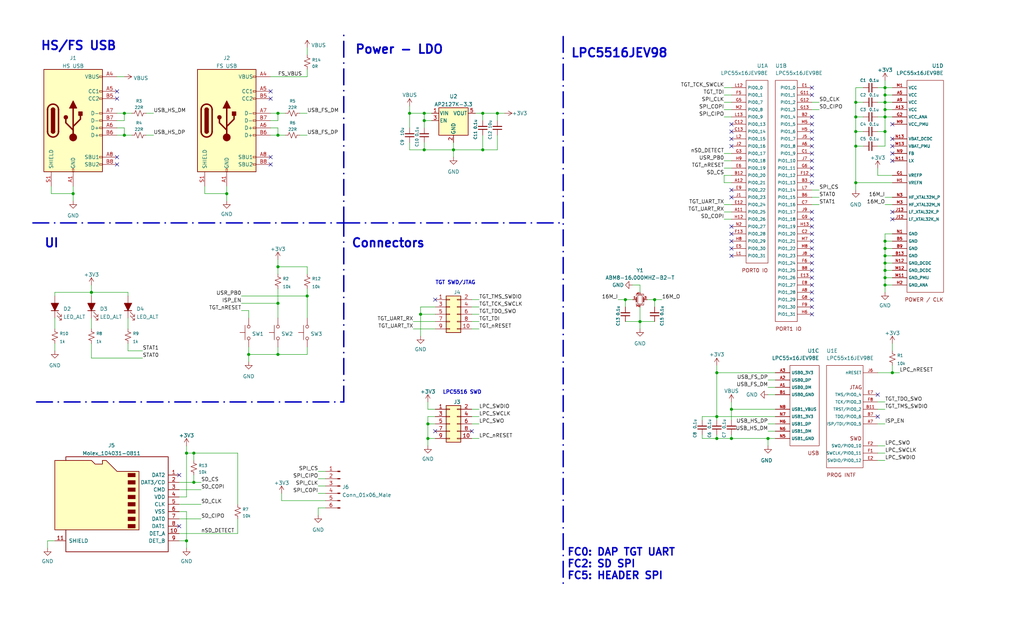
<source format=kicad_sch>
(kicad_sch (version 20211123) (generator eeschema)
  (paper "USLegal")
  (title_block (title "usb-dev") (date "2022-01-19") (rev "r0.1") (company "stephendpmurphy"))
  (junction (at 297.18 50.8))
  (junction (at 248.92 152.4))
  (junction (at 254 152.4))
  (junction (at 86.36 123.19))
  (junction (at 64.77 187.96))
  (junction (at 96.52 39.37))
  (junction (at 307.34 30.48))
  (junction (at 307.34 83.82))
  (junction (at 248.92 144.78))
  (junction (at 172.72 39.37))
  (junction (at 43.18 39.37))
  (junction (at 67.31 157.48))
  (junction (at 157.48 52.07))
  (junction (at 307.34 88.9))
  (junction (at 167.64 52.07))
  (junction (at 222.25 111.76))
  (junction (at 67.31 167.64))
  (junction (at 106.68 102.87))
  (junction (at 148.59 152.4))
  (junction (at 297.18 63.5))
  (junction (at 96.52 92.71))
  (junction (at 25.4 67.31))
  (junction (at 307.34 99.06))
  (junction (at 217.17 104.14))
  (junction (at 307.34 40.64))
  (junction (at 146.05 109.22))
  (junction (at 307.34 93.98))
  (junction (at 307.34 33.02))
  (junction (at 309.88 129.54))
  (junction (at 43.18 46.99))
  (junction (at 307.34 96.52))
  (junction (at 167.64 39.37))
  (junction (at 266.7 152.4))
  (junction (at 297.18 40.64))
  (junction (at 147.32 41.91))
  (junction (at 96.52 123.19))
  (junction (at 78.74 67.31))
  (junction (at 254 142.24))
  (junction (at 297.18 45.72))
  (junction (at 307.34 45.72))
  (junction (at 227.33 104.14))
  (junction (at 64.77 157.48))
  (junction (at 96.52 46.99))
  (junction (at 297.18 35.56))
  (junction (at 147.32 52.07))
  (junction (at 147.32 39.37))
  (junction (at 96.52 105.41))
  (junction (at 148.59 147.32))
  (junction (at 31.75 101.6))
  (junction (at 142.24 39.37))
  (junction (at 307.34 35.56))
  (junction (at 307.34 86.36))
  (junction (at 307.34 91.44))
  (junction (at 248.92 129.54))
  (junction (at 307.34 38.1))
  (no_connect (at 254 43.18))
  (no_connect (at 254 45.72))
  (no_connect (at 254 66.04))
  (no_connect (at 254 48.26))
  (no_connect (at 254 50.8))
  (no_connect (at 151.13 149.86))
  (no_connect (at 281.94 33.02))
  (no_connect (at 304.8 137.16))
  (no_connect (at 304.8 144.78))
  (no_connect (at 281.94 76.2))
  (no_connect (at 281.94 73.66))
  (no_connect (at 281.94 63.5))
  (no_connect (at 281.94 60.96))
  (no_connect (at 281.94 30.48))
  (no_connect (at 281.94 45.72))
  (no_connect (at 281.94 43.18))
  (no_connect (at 281.94 40.64))
  (no_connect (at 281.94 58.42))
  (no_connect (at 281.94 55.88))
  (no_connect (at 281.94 53.34))
  (no_connect (at 281.94 50.8))
  (no_connect (at 281.94 48.26))
  (no_connect (at 151.13 104.14))
  (no_connect (at 93.98 34.29))
  (no_connect (at 93.98 31.75))
  (no_connect (at 93.98 57.15))
  (no_connect (at 93.98 54.61))
  (no_connect (at 40.64 31.75))
  (no_connect (at 40.64 34.29))
  (no_connect (at 40.64 54.61))
  (no_connect (at 40.64 57.15))
  (no_connect (at 309.88 76.2))
  (no_connect (at 309.88 73.66))
  (no_connect (at 309.88 50.8))
  (no_connect (at 309.88 53.34))
  (no_connect (at 309.88 55.88))
  (no_connect (at 309.88 43.18))
  (no_connect (at 309.88 48.26))
  (no_connect (at 254 81.28))
  (no_connect (at 254 83.82))
  (no_connect (at 254 86.36))
  (no_connect (at 254 88.9))
  (no_connect (at 281.94 109.22))
  (no_connect (at 281.94 106.68))
  (no_connect (at 281.94 104.14))
  (no_connect (at 281.94 101.6))
  (no_connect (at 281.94 99.06))
  (no_connect (at 281.94 96.52))
  (no_connect (at 281.94 93.98))
  (no_connect (at 281.94 91.44))
  (no_connect (at 281.94 88.9))
  (no_connect (at 281.94 86.36))
  (no_connect (at 281.94 81.28))
  (no_connect (at 281.94 78.74))
  (no_connect (at 281.94 83.82))
  (no_connect (at 254 68.58))
  (no_connect (at 254 78.74))
  (no_connect (at 62.23 165.1))
  (no_connect (at 62.23 182.88))
  (no_connect (at 163.83 149.86))
  (wire (pts (xy 67.31 167.64) (xy 69.85 167.64)))
  (wire (pts (xy 307.34 88.9) (xy 307.34 91.44)))
  (wire (pts (xy 40.64 26.67) (xy 43.18 26.67)))
  (wire (pts (xy 299.72 30.48) (xy 297.18 30.48)))
  (wire (pts (xy 307.34 35.56) (xy 309.88 35.56)))
  (wire (pts (xy 281.94 71.12) (xy 284.48 71.12)))
  (wire (pts (xy 86.36 110.49) (xy 86.36 107.95)))
  (polyline (pts (xy 119.38 139.7) (xy 119.38 77.47)) (stroke (width 0.5) (type dash_dot)))
  (wire (pts (xy 309.88 119.38) (xy 309.88 121.92)))
  (wire (pts (xy 251.46 60.96) (xy 251.46 63.5)))
  (wire (pts (xy 96.52 39.37) (xy 99.06 39.37)))
  (wire (pts (xy 307.34 93.98) (xy 307.34 96.52)))
  (wire (pts (xy 163.83 152.4) (xy 166.37 152.4)))
  (wire (pts (xy 281.94 66.04) (xy 284.48 66.04)))
  (wire (pts (xy 106.68 120.65) (xy 106.68 123.19)))
  (wire (pts (xy 307.34 91.44) (xy 309.88 91.44)))
  (wire (pts (xy 67.31 157.48) (xy 64.77 157.48)))
  (wire (pts (xy 307.34 50.8) (xy 307.34 45.72)))
  (wire (pts (xy 113.03 176.53) (xy 110.49 176.53)))
  (wire (pts (xy 248.92 129.54) (xy 248.92 144.78)))
  (wire (pts (xy 304.8 35.56) (xy 307.34 35.56)))
  (wire (pts (xy 297.18 45.72) (xy 299.72 45.72)))
  (wire (pts (xy 307.34 35.56) (xy 307.34 38.1)))
  (wire (pts (xy 307.34 71.12) (xy 309.88 71.12)))
  (wire (pts (xy 83.82 105.41) (xy 96.52 105.41)))
  (wire (pts (xy 309.88 81.28) (xy 307.34 81.28)))
  (wire (pts (xy 297.18 45.72) (xy 297.18 50.8)))
  (wire (pts (xy 307.34 81.28) (xy 307.34 83.82)))
  (polyline (pts (xy 11.43 77.47) (xy 119.38 77.47)) (stroke (width 0.5) (type dash_dot)))
  (wire (pts (xy 110.49 168.91) (xy 113.03 168.91)))
  (wire (pts (xy 222.25 106.68) (xy 222.25 111.76)))
  (wire (pts (xy 243.84 144.78) (xy 248.92 144.78)))
  (wire (pts (xy 96.52 100.33) (xy 96.52 105.41)))
  (wire (pts (xy 307.34 99.06) (xy 309.88 99.06)))
  (wire (pts (xy 251.46 76.2) (xy 254 76.2)))
  (wire (pts (xy 307.34 96.52) (xy 307.34 99.06)))
  (wire (pts (xy 163.83 142.24) (xy 166.37 142.24)))
  (wire (pts (xy 106.68 16.51) (xy 106.68 19.05)))
  (wire (pts (xy 304.8 45.72) (xy 307.34 45.72)))
  (wire (pts (xy 86.36 123.19) (xy 96.52 123.19)))
  (polyline (pts (xy 12.7 139.7) (xy 119.38 139.7)) (stroke (width 0.5) (type dash_dot)))
  (wire (pts (xy 157.48 49.53) (xy 157.48 52.07)))
  (wire (pts (xy 248.92 144.78) (xy 248.92 146.05)))
  (wire (pts (xy 97.79 173.99) (xy 97.79 171.45)))
  (wire (pts (xy 62.23 185.42) (xy 82.55 185.42)))
  (wire (pts (xy 172.72 39.37) (xy 172.72 41.91)))
  (wire (pts (xy 96.52 46.99) (xy 99.06 46.99)))
  (wire (pts (xy 304.8 129.54) (xy 309.88 129.54)))
  (wire (pts (xy 217.17 111.76) (xy 222.25 111.76)))
  (wire (pts (xy 96.52 105.41) (xy 96.52 110.49)))
  (wire (pts (xy 142.24 49.53) (xy 142.24 52.07)))
  (wire (pts (xy 96.52 123.19) (xy 106.68 123.19)))
  (wire (pts (xy 307.34 27.94) (xy 307.34 30.48)))
  (wire (pts (xy 163.83 144.78) (xy 166.37 144.78)))
  (wire (pts (xy 227.33 104.14) (xy 229.87 104.14)))
  (wire (pts (xy 219.71 104.14) (xy 217.17 104.14)))
  (wire (pts (xy 165.1 39.37) (xy 167.64 39.37)))
  (wire (pts (xy 307.34 93.98) (xy 309.88 93.98)))
  (wire (pts (xy 67.31 157.48) (xy 82.55 157.48)))
  (wire (pts (xy 251.46 73.66) (xy 254 73.66)))
  (wire (pts (xy 251.46 55.88) (xy 254 55.88)))
  (wire (pts (xy 167.64 52.07) (xy 172.72 52.07)))
  (wire (pts (xy 251.46 35.56) (xy 254 35.56)))
  (polyline (pts (xy 119.38 77.47) (xy 195.58 77.47)) (stroke (width 0.5) (type dash_dot)))
  (wire (pts (xy 151.13 142.24) (xy 148.59 142.24)))
  (wire (pts (xy 62.23 172.72) (xy 64.77 172.72)))
  (wire (pts (xy 304.8 160.02) (xy 307.34 160.02)))
  (wire (pts (xy 86.36 107.95) (xy 83.82 107.95)))
  (wire (pts (xy 67.31 165.1) (xy 67.31 167.64)))
  (wire (pts (xy 172.72 46.99) (xy 172.72 52.07)))
  (wire (pts (xy 304.8 50.8) (xy 307.34 50.8)))
  (wire (pts (xy 64.77 154.94) (xy 64.77 157.48)))
  (wire (pts (xy 40.64 41.91) (xy 43.18 41.91)))
  (wire (pts (xy 147.32 52.07) (xy 157.48 52.07)))
  (polyline (pts (xy 119.38 77.47) (xy 119.38 11.43)) (stroke (width 0.5) (type dash_dot)))
  (wire (pts (xy 50.8 39.37) (xy 53.34 39.37)))
  (wire (pts (xy 104.14 39.37) (xy 106.68 39.37)))
  (wire (pts (xy 214.63 104.14) (xy 217.17 104.14)))
  (wire (pts (xy 304.8 40.64) (xy 307.34 40.64)))
  (wire (pts (xy 251.46 60.96) (xy 254 60.96)))
  (wire (pts (xy 96.52 44.45) (xy 96.52 46.99)))
  (wire (pts (xy 97.79 173.99) (xy 113.03 173.99)))
  (wire (pts (xy 304.8 147.32) (xy 307.34 147.32)))
  (wire (pts (xy 269.24 144.78) (xy 248.92 144.78)))
  (wire (pts (xy 31.75 110.49) (xy 31.75 114.3)))
  (polyline (pts (xy 195.58 12.7) (xy 195.58 203.2)) (stroke (width 0.5) (type dash_dot)))
  (wire (pts (xy 307.34 86.36) (xy 309.88 86.36)))
  (wire (pts (xy 167.64 46.99) (xy 167.64 52.07)))
  (wire (pts (xy 163.83 114.3) (xy 166.37 114.3)))
  (wire (pts (xy 309.88 127) (xy 309.88 129.54)))
  (wire (pts (xy 43.18 39.37) (xy 43.18 41.91)))
  (wire (pts (xy 304.8 157.48) (xy 307.34 157.48)))
  (wire (pts (xy 44.45 101.6) (xy 31.75 101.6)))
  (wire (pts (xy 64.77 177.8) (xy 64.77 187.96)))
  (wire (pts (xy 96.52 39.37) (xy 96.52 41.91)))
  (wire (pts (xy 86.36 123.19) (xy 86.36 125.73)))
  (wire (pts (xy 44.45 121.92) (xy 49.53 121.92)))
  (wire (pts (xy 44.45 119.38) (xy 44.45 121.92)))
  (wire (pts (xy 248.92 129.54) (xy 248.92 127)))
  (wire (pts (xy 309.88 63.5) (xy 297.18 63.5)))
  (wire (pts (xy 62.23 180.34) (xy 69.85 180.34)))
  (wire (pts (xy 297.18 35.56) (xy 299.72 35.56)))
  (wire (pts (xy 281.94 68.58) (xy 284.48 68.58)))
  (wire (pts (xy 148.59 147.32) (xy 148.59 152.4)))
  (wire (pts (xy 248.92 129.54) (xy 269.24 129.54)))
  (wire (pts (xy 148.59 152.4) (xy 151.13 152.4)))
  (wire (pts (xy 167.64 39.37) (xy 167.64 41.91)))
  (wire (pts (xy 307.34 83.82) (xy 307.34 86.36)))
  (wire (pts (xy 304.8 139.7) (xy 307.34 139.7)))
  (wire (pts (xy 43.18 39.37) (xy 45.72 39.37)))
  (wire (pts (xy 243.84 146.05) (xy 243.84 144.78)))
  (wire (pts (xy 17.78 64.77) (xy 17.78 67.31)))
  (wire (pts (xy 96.52 120.65) (xy 96.52 123.19)))
  (wire (pts (xy 93.98 39.37) (xy 96.52 39.37)))
  (wire (pts (xy 71.12 64.77) (xy 71.12 67.31)))
  (wire (pts (xy 147.32 41.91) (xy 147.32 44.45)))
  (wire (pts (xy 147.32 39.37) (xy 147.32 41.91)))
  (wire (pts (xy 222.25 99.06) (xy 222.25 101.6)))
  (wire (pts (xy 16.51 187.96) (xy 19.05 187.96)))
  (wire (pts (xy 147.32 49.53) (xy 147.32 52.07)))
  (wire (pts (xy 16.51 190.5) (xy 16.51 187.96)))
  (wire (pts (xy 106.68 26.67) (xy 106.68 24.13)))
  (wire (pts (xy 40.64 46.99) (xy 43.18 46.99)))
  (wire (pts (xy 163.83 147.32) (xy 166.37 147.32)))
  (wire (pts (xy 31.75 99.06) (xy 31.75 101.6)))
  (wire (pts (xy 142.24 52.07) (xy 147.32 52.07)))
  (wire (pts (xy 151.13 147.32) (xy 148.59 147.32)))
  (wire (pts (xy 222.25 111.76) (xy 222.25 114.3)))
  (wire (pts (xy 251.46 40.64) (xy 254 40.64)))
  (wire (pts (xy 149.86 39.37) (xy 147.32 39.37)))
  (wire (pts (xy 254 152.4) (xy 266.7 152.4)))
  (wire (pts (xy 43.18 46.99) (xy 45.72 46.99)))
  (wire (pts (xy 146.05 106.68) (xy 146.05 109.22)))
  (wire (pts (xy 104.14 46.99) (xy 106.68 46.99)))
  (wire (pts (xy 307.34 33.02) (xy 309.88 33.02)))
  (wire (pts (xy 43.18 44.45) (xy 43.18 46.99)))
  (wire (pts (xy 19.05 102.87) (xy 19.05 101.6)))
  (wire (pts (xy 96.52 90.17) (xy 96.52 92.71)))
  (wire (pts (xy 248.92 151.13) (xy 248.92 152.4)))
  (wire (pts (xy 297.18 40.64) (xy 297.18 45.72)))
  (wire (pts (xy 307.34 38.1) (xy 309.88 38.1)))
  (wire (pts (xy 307.34 30.48) (xy 307.34 33.02)))
  (wire (pts (xy 248.92 152.4) (xy 243.84 152.4)))
  (wire (pts (xy 248.92 152.4) (xy 254 152.4)))
  (wire (pts (xy 297.18 63.5) (xy 297.18 66.04)))
  (wire (pts (xy 251.46 38.1) (xy 254 38.1)))
  (wire (pts (xy 44.45 110.49) (xy 44.45 114.3)))
  (wire (pts (xy 266.7 152.4) (xy 269.24 152.4)))
  (wire (pts (xy 110.49 176.53) (xy 110.49 179.07)))
  (wire (pts (xy 167.64 39.37) (xy 172.72 39.37)))
  (wire (pts (xy 96.52 92.71) (xy 106.68 92.71)))
  (wire (pts (xy 148.59 144.78) (xy 148.59 147.32)))
  (wire (pts (xy 93.98 41.91) (xy 96.52 41.91)))
  (wire (pts (xy 25.4 64.77) (xy 25.4 67.31)))
  (wire (pts (xy 219.71 99.06) (xy 222.25 99.06)))
  (wire (pts (xy 78.74 67.31) (xy 78.74 69.85)))
  (wire (pts (xy 307.34 33.02) (xy 307.34 35.56)))
  (wire (pts (xy 148.59 139.7) (xy 148.59 142.24)))
  (wire (pts (xy 96.52 92.71) (xy 96.52 95.25)))
  (wire (pts (xy 143.51 114.3) (xy 151.13 114.3)))
  (wire (pts (xy 157.48 52.07) (xy 167.64 52.07)))
  (wire (pts (xy 307.34 83.82) (xy 309.88 83.82)))
  (wire (pts (xy 307.34 68.58) (xy 309.88 68.58)))
  (wire (pts (xy 142.24 39.37) (xy 142.24 44.45)))
  (wire (pts (xy 266.7 149.86) (xy 269.24 149.86)))
  (wire (pts (xy 281.94 35.56) (xy 284.48 35.56)))
  (wire (pts (xy 297.18 50.8) (xy 297.18 63.5)))
  (wire (pts (xy 106.68 95.25) (xy 106.68 92.71)))
  (wire (pts (xy 86.36 120.65) (xy 86.36 123.19)))
  (wire (pts (xy 31.75 124.46) (xy 49.53 124.46)))
  (wire (pts (xy 142.24 39.37) (xy 147.32 39.37)))
  (wire (pts (xy 143.51 111.76) (xy 151.13 111.76)))
  (wire (pts (xy 106.68 102.87) (xy 83.82 102.87)))
  (wire (pts (xy 304.8 60.96) (xy 304.8 58.42)))
  (wire (pts (xy 19.05 119.38) (xy 19.05 121.92)))
  (wire (pts (xy 309.88 60.96) (xy 304.8 60.96)))
  (wire (pts (xy 251.46 53.34) (xy 254 53.34)))
  (wire (pts (xy 163.83 104.14) (xy 166.37 104.14)))
  (wire (pts (xy 309.88 129.54) (xy 312.42 129.54)))
  (wire (pts (xy 157.48 52.07) (xy 157.48 54.61)))
  (wire (pts (xy 281.94 38.1) (xy 284.48 38.1)))
  (wire (pts (xy 64.77 157.48) (xy 64.77 172.72)))
  (wire (pts (xy 243.84 151.13) (xy 243.84 152.4)))
  (wire (pts (xy 67.31 160.02) (xy 67.31 157.48)))
  (wire (pts (xy 307.34 96.52) (xy 309.88 96.52)))
  (wire (pts (xy 93.98 26.67) (xy 106.68 26.67)))
  (wire (pts (xy 106.68 100.33) (xy 106.68 102.87)))
  (wire (pts (xy 40.64 44.45) (xy 43.18 44.45)))
  (wire (pts (xy 148.59 152.4) (xy 148.59 154.94)))
  (wire (pts (xy 307.34 86.36) (xy 307.34 88.9)))
  (wire (pts (xy 62.23 187.96) (xy 64.77 187.96)))
  (wire (pts (xy 251.46 30.48) (xy 254 30.48)))
  (wire (pts (xy 307.34 45.72) (xy 307.34 40.64)))
  (wire (pts (xy 93.98 46.99) (xy 96.52 46.99)))
  (wire (pts (xy 304.8 154.94) (xy 307.34 154.94)))
  (wire (pts (xy 31.75 101.6) (xy 31.75 102.87)))
  (wire (pts (xy 266.7 132.08) (xy 269.24 132.08)))
  (wire (pts (xy 163.83 111.76) (xy 166.37 111.76)))
  (wire (pts (xy 266.7 154.94) (xy 266.7 152.4)))
  (wire (pts (xy 222.25 111.76) (xy 227.33 111.76)))
  (wire (pts (xy 110.49 166.37) (xy 113.03 166.37)))
  (wire (pts (xy 297.18 30.48) (xy 297.18 35.56)))
  (wire (pts (xy 307.34 88.9) (xy 309.88 88.9)))
  (wire (pts (xy 251.46 58.42) (xy 254 58.42)))
  (wire (pts (xy 297.18 35.56) (xy 297.18 40.64)))
  (wire (pts (xy 266.7 134.62) (xy 269.24 134.62)))
  (wire (pts (xy 254 142.24) (xy 254 139.7)))
  (wire (pts (xy 71.12 67.31) (xy 78.74 67.31)))
  (wire (pts (xy 17.78 67.31) (xy 25.4 67.31)))
  (wire (pts (xy 307.34 38.1) (xy 307.34 40.64)))
  (wire (pts (xy 254 142.24) (xy 254 146.05)))
  (wire (pts (xy 309.88 40.64) (xy 307.34 40.64)))
  (wire (pts (xy 106.68 110.49) (xy 106.68 102.87)))
  (wire (pts (xy 151.13 144.78) (xy 148.59 144.78)))
  (wire (pts (xy 172.72 39.37) (xy 175.26 39.37)))
  (wire (pts (xy 307.34 30.48) (xy 309.88 30.48)))
  (wire (pts (xy 251.46 33.02) (xy 254 33.02)))
  (wire (pts (xy 304.8 142.24) (xy 307.34 142.24)))
  (wire (pts (xy 25.4 67.31) (xy 25.4 69.85)))
  (wire (pts (xy 62.23 177.8) (xy 64.77 177.8)))
  (wire (pts (xy 110.49 163.83) (xy 113.03 163.83)))
  (wire (pts (xy 307.34 99.06) (xy 307.34 101.6)))
  (wire (pts (xy 146.05 109.22) (xy 151.13 109.22)))
  (wire (pts (xy 163.83 109.22) (xy 166.37 109.22)))
  (wire (pts (xy 44.45 102.87) (xy 44.45 101.6)))
  (wire (pts (xy 64.77 187.96) (xy 64.77 190.5)))
  (wire (pts (xy 31.75 119.38) (xy 31.75 124.46)))
  (wire (pts (xy 146.05 109.22) (xy 146.05 116.84)))
  (wire (pts (xy 266.7 147.32) (xy 269.24 147.32)))
  (wire (pts (xy 251.46 63.5) (xy 254 63.5)))
  (wire (pts (xy 269.24 142.24) (xy 254 142.24)))
  (wire (pts (xy 110.49 171.45) (xy 113.03 171.45)))
  (wire (pts (xy 62.23 170.18) (xy 69.85 170.18)))
  (wire (pts (xy 146.05 106.68) (xy 151.13 106.68)))
  (wire (pts (xy 304.8 30.48) (xy 307.34 30.48)))
  (wire (pts (xy 254 151.13) (xy 254 152.4)))
  (wire (pts (xy 297.18 40.64) (xy 299.72 40.64)))
  (wire (pts (xy 227.33 104.14) (xy 227.33 106.68)))
  (wire (pts (xy 62.23 167.64) (xy 67.31 167.64)))
  (wire (pts (xy 82.55 180.34) (xy 82.55 185.42)))
  (wire (pts (xy 251.46 71.12) (xy 254 71.12)))
  (wire (pts (xy 307.34 91.44) (xy 307.34 93.98)))
  (wire (pts (xy 224.79 104.14) (xy 227.33 104.14)))
  (wire (pts (xy 19.05 110.49) (xy 19.05 114.3)))
  (wire (pts (xy 163.83 106.68) (xy 166.37 106.68)))
  (wire (pts (xy 19.05 101.6) (xy 31.75 101.6)))
  (wire (pts (xy 266.7 137.16) (xy 269.24 137.16)))
  (wire (pts (xy 93.98 44.45) (xy 96.52 44.45)))
  (wire (pts (xy 142.24 36.83) (xy 142.24 39.37)))
  (wire (pts (xy 82.55 157.48) (xy 82.55 175.26)))
  (wire (pts (xy 62.23 175.26) (xy 69.85 175.26)))
  (wire (pts (xy 50.8 46.99) (xy 53.34 46.99)))
  (wire (pts (xy 149.86 41.91) (xy 147.32 41.91)))
  (wire (pts (xy 78.74 64.77) (xy 78.74 67.31)))
  (wire (pts (xy 297.18 50.8) (xy 299.72 50.8)))
  (wire (pts (xy 40.64 39.37) (xy 43.18 39.37)))
  (wire (pts (xy 217.17 104.14) (xy 217.17 106.68)))
  (text "Connectors" (at 121.92 86.36 0) (effects (font (size 3 3) bold) (justify left bottom)))
  (text "HS/FS USB" (at 13.97 17.78 0) (effects (font (size 3 3) bold) (justify left bottom)))
  (text "UI" (at 15.24 86.36 0) (effects (font (size 3 3) bold) (justify left bottom)))
  (text "FC0: DAP TGT UART\nFC2: SD SPI\nFC5: HEADER SPI\n\n" (at 196.85 205.74 0) (effects (font (size 2.54 2.54) (thickness 0.508) bold) (justify left bottom)))
  (text "Power - LDO" (at 123.19 19.05 0) (effects (font (size 3 3) bold) (justify left bottom)))
  (text "TGT SWD/JTAG" (at 151.13 99.06 0) (effects (font (size 1.27 1.27) (thickness 0.254) bold) (justify left bottom)))
  (text "LPC5516 SWD" (at 153.67 137.16 0) (effects (font (size 1.27 1.27) bold) (justify left bottom)))
  (text "LPC5516JEV98" (at 198.12 20.32 0) (effects (font (size 3 3) bold) (justify left bottom)))
  (label "16M_I" (at 307.34 68.58 180))
  (label "TGT_UART_RX" (at 251.46 73.66 180))
  (label "LPC_SWCLK" (at 307.34 157.48 0))
  (label "LPC_SWCLK" (at 166.37 144.78 0))
  (label "USB_HS_DM" (at 266.7 149.86 180))
  (label "SPI_CLK" (at 110.49 168.91 180))
  (label "USR_PB0" (at 83.82 102.87 180))
  (label "SD_COPI" (at 251.46 76.2 180))
  (label "SPI_COPI" (at 251.46 38.1 180))
  (label "TGT_TMS_SWDIO" (at 166.37 104.14 0))
  (label "USB_HS_DM" (at 53.34 39.37 0))
  (label "SD_CIPO" (at 69.85 180.34 0))
  (label "SD_CS" (at 251.46 60.96 180))
  (label "STAT0" (at 284.48 68.58 0))
  (label "SPI_CIPO" (at 251.46 40.64 180))
  (label "16M_I" (at 214.63 104.14 180))
  (label "USB_FS_DM" (at 266.7 134.62 180))
  (label "USB_FS_DM" (at 106.68 39.37 0))
  (label "ISP_EN" (at 83.82 105.41 180))
  (label "TGT_TMS_SWDIO" (at 307.34 142.24 0))
  (label "LPC_SWO" (at 166.37 147.32 0))
  (label "SPI_CIPO" (at 110.49 166.37 180))
  (label "TGT_TCK_SWCLK" (at 166.37 106.68 0))
  (label "SD_CLK" (at 284.48 35.56 0))
  (label "SPI_CLK" (at 251.46 35.56 180))
  (label "USB_FS_DP" (at 266.7 132.08 180))
  (label "TGT_nRESET" (at 251.46 58.42 180))
  (label "USB_FS_DP" (at 106.68 46.99 0))
  (label "LPC_nRESET" (at 312.42 129.54 0))
  (label "USB_HS_DP" (at 266.7 147.32 180))
  (label "USB_HS_DP" (at 53.34 46.99 0))
  (label "TGT_TCK_SWCLK" (at 251.46 30.48 180))
  (label "TGT_nRESET" (at 166.37 114.3 0))
  (label "LPC_nRESET" (at 166.37 152.4 0))
  (label "LPC_SWDIO" (at 166.37 142.24 0))
  (label "TGT_TDI" (at 251.46 33.02 180))
  (label "nSD_DETECT" (at 251.46 53.34 180))
  (label "SD_CS" (at 69.85 167.64 0))
  (label "TGT_TDI" (at 166.37 111.76 0))
  (label "TGT_UART_TX" (at 251.46 71.12 180))
  (label "16M_O" (at 307.34 71.12 180))
  (label "STAT0" (at 49.53 124.46 0))
  (label "16M_O" (at 229.87 104.14 0))
  (label "LPC_SWDIO" (at 307.34 160.02 0))
  (label "SPI_COPI" (at 110.49 171.45 180))
  (label "SPI_CS" (at 110.49 163.83 180))
  (label "SD_COPI" (at 69.85 170.18 0))
  (label "SD_CLK" (at 69.85 175.26 0))
  (label "LPC_SWO" (at 307.34 154.94 0))
  (label "USR_PB0" (at 251.46 55.88 180))
  (label "TGT_UART_TX" (at 143.51 114.3 180))
  (label "FS_VBUS" (at 96.52 26.67 0))
  (label "STAT1" (at 49.53 121.92 0))
  (label "TGT_TDO_SWO" (at 166.37 109.22 0))
  (label "STAT1" (at 284.48 71.12 0))
  (label "TGT_UART_RX" (at 143.51 111.76 180))
  (label "nSD_DETECT" (at 69.85 185.42 0))
  (label "TGT_nRESET" (at 83.82 107.95 180))
  (label "SPI_CS" (at 284.48 66.04 0))
  (label "ISP_EN" (at 307.34 147.32 0))
  (label "TGT_TDO_SWO" (at 307.34 139.7 0))
  (label "SD_CIPO" (at 284.48 38.1 0))
  (symbol (lib_id "power:GND") (at 266.7 137.16 270) (unit 1)
    (property "Reference" "#PWR010" (effects hide))
    (property "Value" "GND" (at 259.08 137.16 90) (effects (justify left)))
  )
  (symbol (lib_id "Connector_Generic:Conn_02x05_Odd_Even") (at 156.21 147.32 0) (unit 1)
    (property "Reference" "J3" (at 158.75 139.7 0))
    (property "Value" "Conn_02x05_Odd_Even" (effects hide))
    (property "Footprint" "Connector_PinHeader_1.00mm:PinHeader_2x05_P1.00mm_Vertical_SMD" (effects hide))
  )
  (symbol (lib_id "Connector:USB_C_Receptacle_USB2.0") (at 25.4 41.91 0) (unit 1)
    (property "Reference" "J1" (at 25.4 20.1635 0))
    (property "Value" "HS USB" (at 25.4 22.9386 0))
    (property "Footprint" "Connector_USB:USB_C_Receptacle_GCT_USB4085" (effects hide))
    (property "Datasheet" "https://www.usb.org/sites/default/files/documents/usb_type-c.zip" (effects hide))
  )
  (symbol (lib_id "Device:C_Small") (at 302.26 30.48 90) (unit 1)
    (property "Reference" "C1" (at 299.72 27.94 90) (effects (font (size 1 1))))
    (property "Value" "0.1u" (at 303.53 27.94 90) (effects (font (size 1 1))))
    (property "Footprint" "Capacitor_SMD:C_0402_1005Metric" (effects hide))
  )
  (symbol (lib_id "power:+3.3V") (at 64.77 154.94 0) (unit 1)
    (property "Reference" "#PWR015" (effects hide))
    (property "Value" "+3.3V" (at 64.77 151.3355 0))
  )
  (symbol (lib_id "Device:R_Small_US") (at 106.68 97.79 0) (unit 1)
    (property "Reference" "R12" (at 108.331 96.8815 0) (effects (font (size 1 1)) (justify left)))
    (property "Value" "10k" (at 108.331 99.6566 0) (effects (font (size 1 1)) (justify left)))
    (property "Footprint" "Resistor_SMD:R_0402_1005Metric" (effects hide))
  )
  (symbol (lib_id "Connector_Generic:Conn_02x05_Odd_Even") (at 156.21 109.22 0) (unit 1)
    (property "Reference" "J4" (at 158.75 101.6 0))
    (property "Value" "Conn_02x05_Odd_Even" (effects hide))
    (property "Footprint" "Connector_PinHeader_1.00mm:PinHeader_2x05_P1.00mm_Vertical_SMD" (effects hide))
  )
  (symbol (lib_id "power:GND") (at 78.74 69.85 0) (unit 1)
    (property "Reference" "#PWR02" (effects hide))
    (property "Value" "GND" (at 78.74 74.4125 0))
  )
  (symbol (lib_id "power:VBUS") (at 142.24 36.83 0) (unit 1)
    (property "Reference" "#PWR024" (effects hide))
    (property "Value" "VBUS" (at 139.7 33.02 0) (effects (justify left)))
  )
  (symbol (lib_id "Device:C_Small") (at 147.32 46.99 180) (unit 1)
    (property "Reference" "C10" (at 144.78 49.53 90) (effects (font (size 1 1))))
    (property "Value" "0.1u" (at 144.78 45.72 90) (effects (font (size 1 1))))
    (property "Footprint" "Capacitor_SMD:C_0402_1005Metric" (effects hide))
  )
  (symbol (lib_id "power:VBUS") (at 254 139.7 0) (unit 1)
    (property "Reference" "#PWR08" (effects hide))
    (property "Value" "VBUS" (at 251.46 135.89 0) (effects (justify left)))
  )
  (symbol (lib_id "power:+3.3V") (at 304.8 58.42 0) (unit 1)
    (property "Reference" "#PWR0103" (effects hide))
    (property "Value" "+3.3V" (at 304.8 54.8155 0))
  )
  (symbol (lib_id "Device:R_Small_US") (at 101.6 46.99 90) (unit 1)
    (property "Reference" "R6" (at 101.6 42.7349 90) (effects (font (size 1 1))))
    (property "Value" "22R" (at 101.6 44.9739 90) (effects (font (size 1 1))))
    (property "Footprint" "Resistor_SMD:R_0402_1005Metric" (effects hide))
  )
  (symbol (lib_id "Device:R_Small_US") (at 44.45 116.84 0) (unit 1)
    (property "Reference" "R9" (at 46.101 115.9315 0) (effects (font (size 1 1)) (justify left)))
    (property "Value" "1k" (at 46.101 118.7066 0) (effects (font (size 1 1)) (justify left)))
    (property "Footprint" "Resistor_SMD:R_0402_1005Metric" (effects hide))
  )
  (symbol (lib_id "Connector:Conn_01x06_Male") (at 118.11 168.91 0) (mirror y) (unit 1)
    (property "Reference" "J6" (at 118.8212 169.2715 0) (effects (justify right)))
    (property "Value" "Conn_01x06_Male" (at 118.8212 172.0466 0) (effects (justify right)))
    (property "Footprint" "Connector_PinHeader_2.54mm:PinHeader_1x06_P2.54mm_Vertical" (effects hide))
  )
  (symbol (lib_id "Device:R_Small_US") (at 82.55 177.8 180) (unit 1)
    (property "Reference" "R7" (at 84.201 177.0577 0) (effects (font (size 1 1)) (justify right)))
    (property "Value" "10k" (at 84.201 179.2967 0) (effects (font (size 1 1)) (justify right)))
    (property "Footprint" "Resistor_SMD:R_0402_1005Metric" (effects hide))
  )
  (symbol (lib_id "Device:C_Small") (at 172.72 44.45 180) (unit 1)
    (property "Reference" "C12" (at 170.18 46.99 90) (effects (font (size 1 1))))
    (property "Value" "10u" (at 170.18 43.18 90) (effects (font (size 1 1))))
    (property "Footprint" "Capacitor_SMD:C_0402_1005Metric" (effects hide))
  )
  (symbol (lib_id "power:GND") (at 146.05 116.84 0) (unit 1)
    (property "Reference" "#PWR017" (effects hide))
    (property "Value" "GND" (at 146.05 121.4025 0))
  )
  (symbol (lib_id "Device:C_Small") (at 217.17 109.22 180) (unit 1)
    (property "Reference" "C13" (at 214.63 111.76 90) (effects (font (size 1 1))))
    (property "Value" "0.1u" (at 214.63 107.95 90) (effects (font (size 1 1))))
    (property "Footprint" "Capacitor_SMD:C_0402_1005Metric" (effects hide))
  )
  (symbol (lib_id "Device:R_Small_US") (at 106.68 21.59 180) (unit 1)
    (property "Reference" "R14" (at 108.331 20.8477 0) (effects (font (size 1 1)) (justify right)))
    (property "Value" "0R" (at 108.331 23.0867 0) (effects (font (size 1 1)) (justify right)))
    (property "Footprint" "Resistor_SMD:R_0402_1005Metric" (effects hide))
  )
  (symbol (lib_id "power:GND") (at 157.48 54.61 0) (unit 1)
    (property "Reference" "#PWR025" (effects hide))
    (property "Value" "GND" (at 157.48 59.69 0))
  )
  (symbol (lib_id "power:GND") (at 148.59 154.94 0) (unit 1)
    (property "Reference" "#PWR06" (effects hide))
    (property "Value" "GND" (at 148.59 159.5025 0))
  )
  (symbol (lib_id "power:+3.3V") (at 309.88 119.38 0) (unit 1)
    (property "Reference" "#PWR012" (effects hide))
    (property "Value" "+3.3V" (at 309.88 115.7755 0))
  )
  (symbol (lib_id "Switch:SW_Push") (at 86.36 115.57 90) (unit 1)
    (property "Reference" "SW1" (at 87.503 116.049 90) (effects (justify right)))
    (property "Value" "SW_Push" (effects hide))
    (property "Footprint" "Button_Switch_SMD:Panasonic_EVQPUJ_EVQPUA" (effects hide))
  )
  (symbol (lib_id "Device:C_Small") (at 302.26 35.56 90) (unit 1)
    (property "Reference" "C2" (at 299.72 33.02 90) (effects (font (size 1 1))))
    (property "Value" "0.1u" (at 303.53 33.02 90) (effects (font (size 1 1))))
    (property "Footprint" "Capacitor_SMD:C_0402_1005Metric" (effects hide))
  )
  (symbol (lib_id "Device:LED_ALT") (at 44.45 106.68 90) (unit 1)
    (property "Reference" "D4" (at 47.371 107.359 90) (effects (justify right)))
    (property "Value" "LED_ALT" (at 47.371 110.1341 90) (effects (justify right)))
    (property "Footprint" "LED_SMD:LED_0402_1005Metric" (effects hide))
  )
  (symbol (lib_id "usb-dev:LPC55x16JEV98E") (at 266.7 27.94 0) (unit 1)
    (property "Reference" "U1" (at 266.7 22.86 0) (effects (justify right)))
    (property "Value" "LPC55x16JEV98E" (at 266.7 25.4 0) (effects (justify right)))
    (property "Footprint" "usb-dev:BGA-98_13x13_7.0x7.0mm" (effects hide))
  )
  (symbol (lib_id "power:GND") (at 86.36 125.73 0) (unit 1)
    (property "Reference" "#PWR020" (effects hide))
    (property "Value" "GND" (at 86.36 130.81 0))
  )
  (symbol (lib_id "Connector:Micro_SD_Card_Det") (at 39.37 175.26 0) (mirror y) (unit 1)
    (property "Reference" "J5" (at 38.735 154.7835 0))
    (property "Value" "Molex_104031-0811" (at 38.735 157.5586 0))
    (property "Footprint" "Connector_Card:microSD_HC_Molex_104031-0811" (effects hide))
    (property "Datasheet" "https://www.hirose.com/product/en/download_file/key_name/DM3/category/Catalog/doc_file_id/49662/?file_category_id=4&item_id=195&is_series=1" (effects hide))
  )
  (symbol (lib_id "usb-dev:LPC55x16JEV98E") (at 327.66 27.94 0) (unit 4)
    (property "Reference" "U1" (at 327.66 22.86 0) (effects (justify right)))
    (property "Value" "LPC55x16JEV98E" (at 327.66 25.4 0) (effects (justify right)))
    (property "Footprint" "usb-dev:BGA-98_13x13_7.0x7.0mm" (effects hide))
  )
  (symbol (lib_id "usb-dev:LPC55x16JEV98E") (at 287.02 127 0) (mirror y) (unit 5)
    (property "Reference" "U1" (at 287.02 121.92 0) (effects (justify right)))
    (property "Value" "LPC55x16JEV98E" (at 287.02 124.46 0) (effects (justify right)))
    (property "Footprint" "usb-dev:BGA-98_13x13_7.0x7.0mm" (effects hide))
  )
  (symbol (lib_id "power:GND") (at 64.77 190.5 0) (unit 1)
    (property "Reference" "#PWR016" (effects hide))
    (property "Value" "GND" (at 64.77 195.0625 0))
  )
  (symbol (lib_id "power:VBUS") (at 106.68 16.51 0) (unit 1)
    (property "Reference" "#PWR04" (effects hide))
    (property "Value" "VBUS" (at 108.077 15.719 0) (effects (justify left)))
  )
  (symbol (lib_id "Device:R_Small_US") (at 309.88 124.46 0) (unit 1)
    (property "Reference" "R1" (at 311.531 123.5515 0) (effects (font (size 1 1)) (justify left)))
    (property "Value" "10k" (at 311.531 126.3266 0) (effects (font (size 1 1)) (justify left)))
    (property "Footprint" "Resistor_SMD:R_0402_1005Metric" (effects hide))
  )
  (symbol (lib_id "power:+3.3V") (at 96.52 90.17 0) (unit 1)
    (property "Reference" "#PWR022" (effects hide))
    (property "Value" "+3.3V" (at 96.52 86.5655 0))
  )
  (symbol (lib_id "power:+3.3V") (at 307.34 27.94 0) (unit 1)
    (property "Reference" "#PWR0102" (effects hide))
    (property "Value" "+3.3V" (at 307.34 24.3355 0))
  )
  (symbol (lib_id "Switch:SW_Push") (at 96.52 115.57 90) (unit 1)
    (property "Reference" "SW2" (at 97.663 116.049 90) (effects (justify right)))
    (property "Value" "SW_Push" (effects hide))
    (property "Footprint" "Button_Switch_SMD:Panasonic_EVQPUJ_EVQPUA" (effects hide))
  )
  (symbol (lib_id "Device:R_Small_US") (at 67.31 162.56 180) (unit 1)
    (property "Reference" "R13" (at 68.961 161.8177 0) (effects (font (size 1 1)) (justify right)))
    (property "Value" "10k" (at 68.961 164.0567 0) (effects (font (size 1 1)) (justify right)))
    (property "Footprint" "Resistor_SMD:R_0402_1005Metric" (effects hide))
  )
  (symbol (lib_id "Device:C_Small") (at 227.33 109.22 0) (mirror x) (unit 1)
    (property "Reference" "C15" (at 229.87 111.76 90) (effects (font (size 1 1))))
    (property "Value" "0.1u" (at 229.87 107.95 90) (effects (font (size 1 1))))
    (property "Footprint" "Capacitor_SMD:C_0402_1005Metric" (effects hide))
  )
  (symbol (lib_id "Device:LED_ALT") (at 31.75 106.68 90) (unit 1)
    (property "Reference" "D3" (at 34.671 107.359 90) (effects (justify right)))
    (property "Value" "LED_ALT" (at 34.671 110.1341 90) (effects (justify right)))
    (property "Footprint" "LED_SMD:LED_0402_1005Metric" (effects hide))
  )
  (symbol (lib_id "Device:C_Small") (at 302.26 50.8 90) (unit 1)
    (property "Reference" "C5" (at 299.72 48.26 90) (effects (font (size 1 1))))
    (property "Value" "0.1u" (at 303.53 48.26 90) (effects (font (size 1 1))))
    (property "Footprint" "Capacitor_SMD:C_0402_1005Metric" (effects hide))
  )
  (symbol (lib_id "Device:C_Small") (at 248.92 148.59 180) (unit 1)
    (property "Reference" "C6" (at 246.38 151.13 90) (effects (font (size 1 1))))
    (property "Value" "0.1u" (at 246.38 147.32 90) (effects (font (size 1 1))))
    (property "Footprint" "Capacitor_SMD:C_0402_1005Metric" (effects hide))
  )
  (symbol (lib_id "Device:C_Small") (at 254 148.59 180) (unit 1)
    (property "Reference" "C7" (at 251.46 151.13 90) (effects (font (size 1 1))))
    (property "Value" "0.1u" (at 251.46 147.32 90) (effects (font (size 1 1))))
    (property "Footprint" "Capacitor_SMD:C_0402_1005Metric" (effects hide))
  )
  (symbol (lib_id "power:VBUS") (at 43.18 26.67 270) (unit 1)
    (property "Reference" "#PWR03" (effects hide))
    (property "Value" "VBUS" (at 46.355 27.149 90) (effects (justify left)))
  )
  (symbol (lib_id "Device:Crystal_GND24_Small") (at 222.25 104.14 0) (unit 1)
    (property "Reference" "Y1" (at 222.25 93.98 0))
    (property "Value" "ABM8-16.000MHZ-B2-T" (at 222.25 96.52 0))
    (property "Footprint" "Crystal:Crystal_SMD_3225-4Pin_3.2x2.5mm" (effects hide))
  )
  (symbol (lib_id "Device:R_Small_US") (at 48.26 39.37 90) (unit 1)
    (property "Reference" "R3" (at 48.26 35.1149 90) (effects (font (size 1 1))))
    (property "Value" "22R" (at 48.26 37.3539 90) (effects (font (size 1 1))))
    (property "Footprint" "Resistor_SMD:R_0402_1005Metric" (effects hide))
  )
  (symbol (lib_id "power:GND") (at 266.7 154.94 0) (unit 1)
    (property "Reference" "#PWR011" (effects hide))
    (property "Value" "GND" (at 264.16 160.02 0) (effects (justify left)))
  )
  (symbol (lib_id "power:+3.3V") (at 97.79 171.45 0) (unit 1)
    (property "Reference" "#PWR07" (effects hide))
    (property "Value" "+3.3V" (at 97.79 167.8455 0))
  )
  (symbol (lib_id "Regulator_Linear:AP2127K-3.3") (at 157.48 41.91 0) (unit 1)
    (property "Reference" "U2" (at 157.48 33.4985 0))
    (property "Value" "AP2127K-3.3" (at 157.48 36.2736 0))
    (property "Footprint" "Package_TO_SOT_SMD:SOT-23-5" (effects hide))
    (property "Datasheet" "https://www.diodes.com/assets/Datasheets/AP2127.pdf" (effects hide))
  )
  (symbol (lib_id "power:GND") (at 297.18 66.04 0) (unit 1)
    (property "Reference" "#PWR021" (effects hide))
    (property "Value" "GND" (at 297.18 71.12 0))
  )
  (symbol (lib_id "Connector:USB_C_Receptacle_USB2.0") (at 78.74 41.91 0) (unit 1)
    (property "Reference" "J2" (at 78.74 20.1635 0))
    (property "Value" "FS USB" (at 78.74 22.9386 0))
    (property "Footprint" "Connector_USB:USB_C_Receptacle_GCT_USB4085" (effects hide))
    (property "Datasheet" "https://www.usb.org/sites/default/files/documents/usb_type-c.zip" (effects hide))
  )
  (symbol (lib_id "power:GND") (at 219.71 99.06 270) (unit 1)
    (property "Reference" "#PWR027" (effects hide))
    (property "Value" "GND" (at 214.63 99.06 90))
  )
  (symbol (lib_id "power:GND") (at 25.4 69.85 0) (unit 1)
    (property "Reference" "#PWR01" (effects hide))
    (property "Value" "GND" (at 25.4 74.93 0))
  )
  (symbol (lib_id "usb-dev:LPC55x16JEV98E") (at 269.24 27.94 0) (mirror y) (unit 2)
    (property "Reference" "U1" (at 269.24 22.86 0) (effects (justify right)))
    (property "Value" "LPC55x16JEV98E" (at 269.24 25.4 0) (effects (justify right)))
    (property "Footprint" "usb-dev:BGA-98_13x13_7.0x7.0mm" (effects hide))
  )
  (symbol (lib_id "power:GND") (at 307.34 101.6 0) (unit 1)
    (property "Reference" "#PWR0101" (effects hide))
    (property "Value" "GND" (at 307.34 106.1625 0))
  )
  (symbol (lib_id "Device:C_Small") (at 167.64 44.45 180) (unit 1)
    (property "Reference" "C11" (at 165.1 46.99 90) (effects (font (size 1 1))))
    (property "Value" "0.1u" (at 165.1 43.18 90) (effects (font (size 1 1))))
    (property "Footprint" "Capacitor_SMD:C_0402_1005Metric" (effects hide))
  )
  (symbol (lib_id "Switch:SW_Push") (at 106.68 115.57 90) (unit 1)
    (property "Reference" "SW3" (at 107.823 116.049 90) (effects (justify right)))
    (property "Value" "SW_Push" (effects hide))
    (property "Footprint" "Button_Switch_SMD:Panasonic_EVQPUJ_EVQPUA" (effects hide))
  )
  (symbol (lib_id "Device:R_Small_US") (at 101.6 39.37 90) (unit 1)
    (property "Reference" "R5" (at 101.6 35.1149 90) (effects (font (size 1 1))))
    (property "Value" "22R" (at 101.6 37.3539 90) (effects (font (size 1 1))))
    (property "Footprint" "Resistor_SMD:R_0402_1005Metric" (effects hide))
  )
  (symbol (lib_id "Device:C_Small") (at 243.84 148.59 180) (unit 1)
    (property "Reference" "C8" (at 241.3 151.13 90) (effects (font (size 1 1))))
    (property "Value" "0.1u" (at 241.3 147.32 90) (effects (font (size 1 1))))
    (property "Footprint" "Capacitor_SMD:C_0402_1005Metric" (effects hide))
  )
  (symbol (lib_id "usb-dev:LPC55x16JEV98E") (at 284.48 127 0) (unit 3)
    (property "Reference" "U1" (at 284.48 121.92 0) (effects (justify right)))
    (property "Value" "LPC55x16JEV98E" (at 284.48 124.46 0) (effects (justify right)))
    (property "Footprint" "usb-dev:BGA-98_13x13_7.0x7.0mm" (effects hide))
  )
  (symbol (lib_id "Device:R_Small_US") (at 48.26 46.99 90) (unit 1)
    (property "Reference" "R4" (at 48.26 42.7349 90) (effects (font (size 1 1))))
    (property "Value" "22R" (at 48.26 44.9739 90) (effects (font (size 1 1))))
    (property "Footprint" "Resistor_SMD:R_0402_1005Metric" (effects hide))
  )
  (symbol (lib_id "power:+3.3V") (at 175.26 39.37 270) (unit 1)
    (property "Reference" "#PWR026" (effects hide))
    (property "Value" "+3.3V" (at 177.8 39.37 90) (effects (justify left)))
  )
  (symbol (lib_id "power:GND") (at 19.05 121.92 0) (unit 1)
    (property "Reference" "#PWR018" (effects hide))
    (property "Value" "GND" (at 19.05 127 0))
  )
  (symbol (lib_id "power:GND") (at 222.25 114.3 0) (unit 1)
    (property "Reference" "#PWR029" (effects hide))
    (property "Value" "GND" (at 222.25 119.38 0))
  )
  (symbol (lib_id "Device:C_Small") (at 302.26 40.64 90) (unit 1)
    (property "Reference" "C3" (at 299.72 38.1 90) (effects (font (size 1 1))))
    (property "Value" "0.1u" (at 303.53 38.1 90) (effects (font (size 1 1))))
    (property "Footprint" "Capacitor_SMD:C_0402_1005Metric" (effects hide))
  )
  (symbol (lib_id "Device:LED_ALT") (at 19.05 106.68 90) (unit 1)
    (property "Reference" "D2" (at 21.971 107.359 90) (effects (justify right)))
    (property "Value" "LED_ALT" (at 21.971 110.1341 90) (effects (justify right)))
    (property "Footprint" "LED_SMD:LED_0402_1005Metric" (effects hide))
  )
  (symbol (lib_id "power:GND") (at 16.51 190.5 0) (unit 1)
    (property "Reference" "#PWR014" (effects hide))
    (property "Value" "GND" (at 16.51 195.0625 0))
  )
  (symbol (lib_id "power:GND") (at 110.49 179.07 0) (unit 1)
    (property "Reference" "#PWR023" (effects hide))
    (property "Value" "GND" (at 110.49 184.15 0))
  )
  (symbol (lib_id "Device:C_Small") (at 142.24 46.99 180) (unit 1)
    (property "Reference" "C9" (at 139.7 49.53 90) (effects (font (size 1 1))))
    (property "Value" "10u" (at 139.7 45.72 90) (effects (font (size 1 1))))
    (property "Footprint" "Capacitor_SMD:C_0402_1005Metric" (effects hide))
  )
  (symbol (lib_id "power:+3.3V") (at 148.59 139.7 0) (unit 1)
    (property "Reference" "#PWR05" (effects hide))
    (property "Value" "+3.3V" (at 148.59 136.0955 0))
  )
  (symbol (lib_id "power:+3.3V") (at 248.92 127 0) (unit 1)
    (property "Reference" "#PWR09" (effects hide))
    (property "Value" "+3.3V" (at 248.92 123.19 0))
  )
  (symbol (lib_id "Device:R_Small_US") (at 96.52 97.79 0) (unit 1)
    (property "Reference" "R2" (at 98.171 96.8815 0) (effects (font (size 1 1)) (justify left)))
    (property "Value" "10k" (at 98.171 99.6566 0) (effects (font (size 1 1)) (justify left)))
    (property "Footprint" "Resistor_SMD:R_0402_1005Metric" (effects hide))
  )
  (symbol (lib_id "power:+3.3V") (at 31.75 99.06 0) (unit 1)
    (property "Reference" "#PWR019" (effects hide))
    (property "Value" "+3.3V" (at 31.75 95.4555 0))
  )
  (symbol (lib_id "Device:R_Small_US") (at 19.05 116.84 0) (unit 1)
    (property "Reference" "R10" (at 20.701 115.9315 0) (effects (font (size 1 1)) (justify left)))
    (property "Value" "1k" (at 20.701 118.7066 0) (effects (font (size 1 1)) (justify left)))
    (property "Footprint" "Resistor_SMD:R_0402_1005Metric" (effects hide))
  )
  (symbol (lib_id "Device:C_Small") (at 302.26 45.72 90) (unit 1)
    (property "Reference" "C4" (at 299.72 43.18 90) (effects (font (size 1 1))))
    (property "Value" "0.1u" (at 303.53 43.18 90) (effects (font (size 1 1))))
    (property "Footprint" "Capacitor_SMD:C_0402_1005Metric" (effects hide))
  )
  (symbol (lib_id "Device:R_Small_US") (at 31.75 116.84 0) (unit 1)
    (property "Reference" "R8" (at 33.401 115.9315 0) (effects (font (size 1 1)) (justify left)))
    (property "Value" "1k" (at 33.401 118.7066 0) (effects (font (size 1 1)) (justify left)))
    (property "Footprint" "Resistor_SMD:R_0402_1005Metric" (effects hide))
  )
)
</source>
